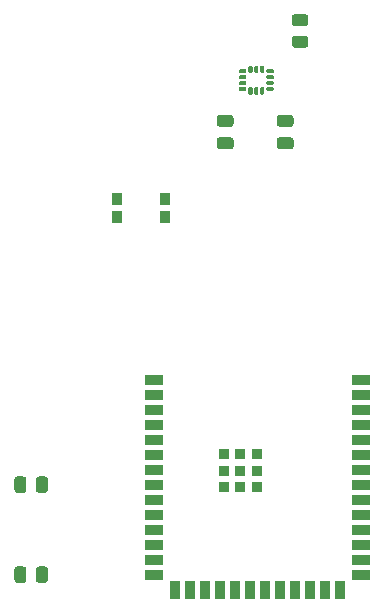
<source format=gtp>
%TF.GenerationSoftware,KiCad,Pcbnew,7.0.9*%
%TF.CreationDate,2023-12-13T15:33:46+01:00*%
%TF.ProjectId,TestPCB_Small,54657374-5043-4425-9f53-6d616c6c2e6b,rev?*%
%TF.SameCoordinates,Original*%
%TF.FileFunction,Paste,Top*%
%TF.FilePolarity,Positive*%
%FSLAX46Y46*%
G04 Gerber Fmt 4.6, Leading zero omitted, Abs format (unit mm)*
G04 Created by KiCad (PCBNEW 7.0.9) date 2023-12-13 15:33:46*
%MOMM*%
%LPD*%
G01*
G04 APERTURE LIST*
%ADD10R,1.500000X0.900000*%
%ADD11R,0.900000X1.500000*%
%ADD12R,0.900000X0.900000*%
%ADD13R,0.900000X1.000000*%
G04 APERTURE END LIST*
G36*
G01*
X185665000Y-102190000D02*
X185665000Y-103090000D01*
G75*
G02*
X185415000Y-103340000I-250000J0D01*
G01*
X184890000Y-103340000D01*
G75*
G02*
X184640000Y-103090000I0J250000D01*
G01*
X184640000Y-102190000D01*
G75*
G02*
X184890000Y-101940000I250000J0D01*
G01*
X185415000Y-101940000D01*
G75*
G02*
X185665000Y-102190000I0J-250000D01*
G01*
G37*
G36*
G01*
X183840000Y-102190000D02*
X183840000Y-103090000D01*
G75*
G02*
X183590000Y-103340000I-250000J0D01*
G01*
X183065000Y-103340000D01*
G75*
G02*
X182815000Y-103090000I0J250000D01*
G01*
X182815000Y-102190000D01*
G75*
G02*
X183065000Y-101940000I250000J0D01*
G01*
X183590000Y-101940000D01*
G75*
G02*
X183840000Y-102190000I0J-250000D01*
G01*
G37*
G36*
G01*
X207460000Y-65641250D02*
X206560000Y-65641250D01*
G75*
G02*
X206310000Y-65391250I0J250000D01*
G01*
X206310000Y-64866250D01*
G75*
G02*
X206560000Y-64616250I250000J0D01*
G01*
X207460000Y-64616250D01*
G75*
G02*
X207710000Y-64866250I0J-250000D01*
G01*
X207710000Y-65391250D01*
G75*
G02*
X207460000Y-65641250I-250000J0D01*
G01*
G37*
G36*
G01*
X207460000Y-63816250D02*
X206560000Y-63816250D01*
G75*
G02*
X206310000Y-63566250I0J250000D01*
G01*
X206310000Y-63041250D01*
G75*
G02*
X206560000Y-62791250I250000J0D01*
G01*
X207460000Y-62791250D01*
G75*
G02*
X207710000Y-63041250I0J-250000D01*
G01*
X207710000Y-63566250D01*
G75*
G02*
X207460000Y-63816250I-250000J0D01*
G01*
G37*
G36*
G01*
X205265000Y-71336250D02*
X206215000Y-71336250D01*
G75*
G02*
X206465000Y-71586250I0J-250000D01*
G01*
X206465000Y-72086250D01*
G75*
G02*
X206215000Y-72336250I-250000J0D01*
G01*
X205265000Y-72336250D01*
G75*
G02*
X205015000Y-72086250I0J250000D01*
G01*
X205015000Y-71586250D01*
G75*
G02*
X205265000Y-71336250I250000J0D01*
G01*
G37*
G36*
G01*
X205265000Y-73236250D02*
X206215000Y-73236250D01*
G75*
G02*
X206465000Y-73486250I0J-250000D01*
G01*
X206465000Y-73986250D01*
G75*
G02*
X206215000Y-74236250I-250000J0D01*
G01*
X205265000Y-74236250D01*
G75*
G02*
X205015000Y-73986250I0J250000D01*
G01*
X205015000Y-73486250D01*
G75*
G02*
X205265000Y-73236250I250000J0D01*
G01*
G37*
D10*
X194680000Y-93750000D03*
X194680000Y-95020000D03*
X194680000Y-96290000D03*
X194680000Y-97560000D03*
X194680000Y-98830000D03*
X194680000Y-100100000D03*
X194680000Y-101370000D03*
X194680000Y-102640000D03*
X194680000Y-103910000D03*
X194680000Y-105180000D03*
X194680000Y-106450000D03*
X194680000Y-107720000D03*
X194680000Y-108990000D03*
X194680000Y-110260000D03*
D11*
X196445000Y-111510000D03*
X197715000Y-111510000D03*
X198985000Y-111510000D03*
X200255000Y-111510000D03*
X201525000Y-111510000D03*
X202795000Y-111510000D03*
X204065000Y-111510000D03*
X205335000Y-111510000D03*
X206605000Y-111510000D03*
X207875000Y-111510000D03*
X209145000Y-111510000D03*
X210415000Y-111510000D03*
D10*
X212180000Y-110260000D03*
X212180000Y-108990000D03*
X212180000Y-107720000D03*
X212180000Y-106450000D03*
X212180000Y-105180000D03*
X212180000Y-103910000D03*
X212180000Y-102640000D03*
X212180000Y-101370000D03*
X212180000Y-100100000D03*
X212180000Y-98830000D03*
X212180000Y-97560000D03*
X212180000Y-96290000D03*
X212180000Y-95020000D03*
X212180000Y-93750000D03*
D12*
X200530000Y-100070000D03*
X200530000Y-101470000D03*
X200530000Y-102870000D03*
X200530000Y-102870000D03*
X201930000Y-100070000D03*
X201930000Y-100070000D03*
X201930000Y-101470000D03*
X201930000Y-102870000D03*
X203330000Y-100070000D03*
X203330000Y-101470000D03*
X203330000Y-102870000D03*
D13*
X191480000Y-80010000D03*
X195580000Y-80010000D03*
X195580000Y-78410000D03*
X191480000Y-78410000D03*
G36*
G01*
X185665000Y-109810000D02*
X185665000Y-110710000D01*
G75*
G02*
X185415000Y-110960000I-250000J0D01*
G01*
X184890000Y-110960000D01*
G75*
G02*
X184640000Y-110710000I0J250000D01*
G01*
X184640000Y-109810000D01*
G75*
G02*
X184890000Y-109560000I250000J0D01*
G01*
X185415000Y-109560000D01*
G75*
G02*
X185665000Y-109810000I0J-250000D01*
G01*
G37*
G36*
G01*
X183840000Y-109810000D02*
X183840000Y-110710000D01*
G75*
G02*
X183590000Y-110960000I-250000J0D01*
G01*
X183065000Y-110960000D01*
G75*
G02*
X182815000Y-110710000I0J250000D01*
G01*
X182815000Y-109810000D01*
G75*
G02*
X183065000Y-109560000I250000J0D01*
G01*
X183590000Y-109560000D01*
G75*
G02*
X183840000Y-109810000I0J-250000D01*
G01*
G37*
G36*
G01*
X201832500Y-67721250D02*
X201832500Y-67546250D01*
G75*
G02*
X201920000Y-67458750I87500J0D01*
G01*
X202370000Y-67458750D01*
G75*
G02*
X202457500Y-67546250I0J-87500D01*
G01*
X202457500Y-67721250D01*
G75*
G02*
X202370000Y-67808750I-87500J0D01*
G01*
X201920000Y-67808750D01*
G75*
G02*
X201832500Y-67721250I0J87500D01*
G01*
G37*
G36*
G01*
X201832500Y-68221250D02*
X201832500Y-68046250D01*
G75*
G02*
X201920000Y-67958750I87500J0D01*
G01*
X202370000Y-67958750D01*
G75*
G02*
X202457500Y-68046250I0J-87500D01*
G01*
X202457500Y-68221250D01*
G75*
G02*
X202370000Y-68308750I-87500J0D01*
G01*
X201920000Y-68308750D01*
G75*
G02*
X201832500Y-68221250I0J87500D01*
G01*
G37*
G36*
G01*
X201832500Y-68721250D02*
X201832500Y-68546250D01*
G75*
G02*
X201920000Y-68458750I87500J0D01*
G01*
X202370000Y-68458750D01*
G75*
G02*
X202457500Y-68546250I0J-87500D01*
G01*
X202457500Y-68721250D01*
G75*
G02*
X202370000Y-68808750I-87500J0D01*
G01*
X201920000Y-68808750D01*
G75*
G02*
X201832500Y-68721250I0J87500D01*
G01*
G37*
G36*
G01*
X201832500Y-69221250D02*
X201832500Y-69046250D01*
G75*
G02*
X201920000Y-68958750I87500J0D01*
G01*
X202370000Y-68958750D01*
G75*
G02*
X202457500Y-69046250I0J-87500D01*
G01*
X202457500Y-69221250D01*
G75*
G02*
X202370000Y-69308750I-87500J0D01*
G01*
X201920000Y-69308750D01*
G75*
G02*
X201832500Y-69221250I0J87500D01*
G01*
G37*
G36*
G01*
X202632500Y-69521250D02*
X202632500Y-69071250D01*
G75*
G02*
X202720000Y-68983750I87500J0D01*
G01*
X202895000Y-68983750D01*
G75*
G02*
X202982500Y-69071250I0J-87500D01*
G01*
X202982500Y-69521250D01*
G75*
G02*
X202895000Y-69608750I-87500J0D01*
G01*
X202720000Y-69608750D01*
G75*
G02*
X202632500Y-69521250I0J87500D01*
G01*
G37*
G36*
G01*
X203132500Y-69521250D02*
X203132500Y-69071250D01*
G75*
G02*
X203220000Y-68983750I87500J0D01*
G01*
X203395000Y-68983750D01*
G75*
G02*
X203482500Y-69071250I0J-87500D01*
G01*
X203482500Y-69521250D01*
G75*
G02*
X203395000Y-69608750I-87500J0D01*
G01*
X203220000Y-69608750D01*
G75*
G02*
X203132500Y-69521250I0J87500D01*
G01*
G37*
G36*
G01*
X203632500Y-69521250D02*
X203632500Y-69071250D01*
G75*
G02*
X203720000Y-68983750I87500J0D01*
G01*
X203895000Y-68983750D01*
G75*
G02*
X203982500Y-69071250I0J-87500D01*
G01*
X203982500Y-69521250D01*
G75*
G02*
X203895000Y-69608750I-87500J0D01*
G01*
X203720000Y-69608750D01*
G75*
G02*
X203632500Y-69521250I0J87500D01*
G01*
G37*
G36*
G01*
X204157500Y-69221250D02*
X204157500Y-69046250D01*
G75*
G02*
X204245000Y-68958750I87500J0D01*
G01*
X204695000Y-68958750D01*
G75*
G02*
X204782500Y-69046250I0J-87500D01*
G01*
X204782500Y-69221250D01*
G75*
G02*
X204695000Y-69308750I-87500J0D01*
G01*
X204245000Y-69308750D01*
G75*
G02*
X204157500Y-69221250I0J87500D01*
G01*
G37*
G36*
G01*
X204157500Y-68721250D02*
X204157500Y-68546250D01*
G75*
G02*
X204245000Y-68458750I87500J0D01*
G01*
X204695000Y-68458750D01*
G75*
G02*
X204782500Y-68546250I0J-87500D01*
G01*
X204782500Y-68721250D01*
G75*
G02*
X204695000Y-68808750I-87500J0D01*
G01*
X204245000Y-68808750D01*
G75*
G02*
X204157500Y-68721250I0J87500D01*
G01*
G37*
G36*
G01*
X204157500Y-68221250D02*
X204157500Y-68046250D01*
G75*
G02*
X204245000Y-67958750I87500J0D01*
G01*
X204695000Y-67958750D01*
G75*
G02*
X204782500Y-68046250I0J-87500D01*
G01*
X204782500Y-68221250D01*
G75*
G02*
X204695000Y-68308750I-87500J0D01*
G01*
X204245000Y-68308750D01*
G75*
G02*
X204157500Y-68221250I0J87500D01*
G01*
G37*
G36*
G01*
X204157500Y-67721250D02*
X204157500Y-67546250D01*
G75*
G02*
X204245000Y-67458750I87500J0D01*
G01*
X204695000Y-67458750D01*
G75*
G02*
X204782500Y-67546250I0J-87500D01*
G01*
X204782500Y-67721250D01*
G75*
G02*
X204695000Y-67808750I-87500J0D01*
G01*
X204245000Y-67808750D01*
G75*
G02*
X204157500Y-67721250I0J87500D01*
G01*
G37*
G36*
G01*
X203632500Y-67696250D02*
X203632500Y-67246250D01*
G75*
G02*
X203720000Y-67158750I87500J0D01*
G01*
X203895000Y-67158750D01*
G75*
G02*
X203982500Y-67246250I0J-87500D01*
G01*
X203982500Y-67696250D01*
G75*
G02*
X203895000Y-67783750I-87500J0D01*
G01*
X203720000Y-67783750D01*
G75*
G02*
X203632500Y-67696250I0J87500D01*
G01*
G37*
G36*
G01*
X203132500Y-67696250D02*
X203132500Y-67246250D01*
G75*
G02*
X203220000Y-67158750I87500J0D01*
G01*
X203395000Y-67158750D01*
G75*
G02*
X203482500Y-67246250I0J-87500D01*
G01*
X203482500Y-67696250D01*
G75*
G02*
X203395000Y-67783750I-87500J0D01*
G01*
X203220000Y-67783750D01*
G75*
G02*
X203132500Y-67696250I0J87500D01*
G01*
G37*
G36*
G01*
X202632500Y-67696250D02*
X202632500Y-67246250D01*
G75*
G02*
X202720000Y-67158750I87500J0D01*
G01*
X202895000Y-67158750D01*
G75*
G02*
X202982500Y-67246250I0J-87500D01*
G01*
X202982500Y-67696250D01*
G75*
G02*
X202895000Y-67783750I-87500J0D01*
G01*
X202720000Y-67783750D01*
G75*
G02*
X202632500Y-67696250I0J87500D01*
G01*
G37*
G36*
G01*
X200185000Y-71336250D02*
X201135000Y-71336250D01*
G75*
G02*
X201385000Y-71586250I0J-250000D01*
G01*
X201385000Y-72086250D01*
G75*
G02*
X201135000Y-72336250I-250000J0D01*
G01*
X200185000Y-72336250D01*
G75*
G02*
X199935000Y-72086250I0J250000D01*
G01*
X199935000Y-71586250D01*
G75*
G02*
X200185000Y-71336250I250000J0D01*
G01*
G37*
G36*
G01*
X200185000Y-73236250D02*
X201135000Y-73236250D01*
G75*
G02*
X201385000Y-73486250I0J-250000D01*
G01*
X201385000Y-73986250D01*
G75*
G02*
X201135000Y-74236250I-250000J0D01*
G01*
X200185000Y-74236250D01*
G75*
G02*
X199935000Y-73986250I0J250000D01*
G01*
X199935000Y-73486250D01*
G75*
G02*
X200185000Y-73236250I250000J0D01*
G01*
G37*
M02*

</source>
